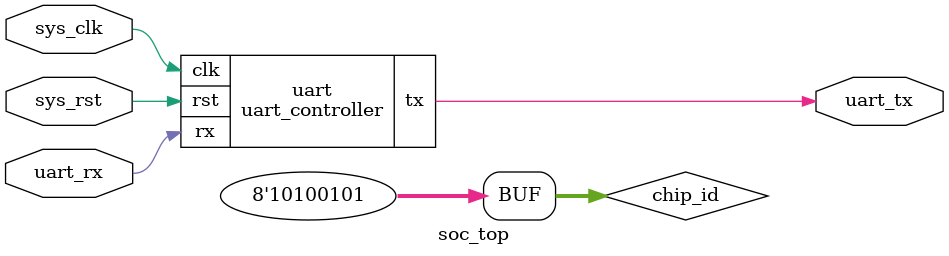
<source format=v>

module cpu_core (
    input wire clk,
    input wire rst,
    input wire [31:0] instruction,
    output reg [31:0] data_out
);
    // CPU registers
    reg [31:0] pc;  // Program counter
    reg [31:0] ir;  // Instruction register
    reg [31:0] acc; // Accumulator
    reg [31:0] mar; // Memory address register
    reg [31:0] mdr; // Memory data register
    
    // General purpose registers
    reg [31:0] gpr [0:15];  // 16 general purpose registers
    
    // Status registers
    reg zero_flag;
    reg carry_flag;
    reg overflow_flag;
    reg negative_flag;
    
    always @(posedge clk) begin
        if (rst) begin
            pc <= 32'h0;
            ir <= 32'h0;
            acc <= 32'h0;
        end else begin
            ir <= instruction;
            pc <= pc + 4;
        end
    end
endmodule

module memory_controller (
    input wire clk,
    input wire [15:0] addr,
    input wire [31:0] write_data,
    output reg [31:0] read_data
);
    // Memory registers
    reg [31:0] memory_array [0:65535];  // 64K x 32-bit memory
    reg [15:0] addr_reg;
    reg [31:0] data_buffer;
    
    always @(posedge clk) begin
        addr_reg <= addr;
        data_buffer <= memory_array[addr_reg];
        read_data <= data_buffer;
    end
endmodule

module uart_controller (
    input wire clk,
    input wire rst,
    input wire rx,
    output reg tx
);
    // UART registers
    reg [7:0] tx_buffer;
    reg [7:0] rx_buffer;
    reg [3:0] bit_counter;
    reg [15:0] baud_counter;
    
    // State machine registers
    reg [1:0] tx_state;
    reg [1:0] rx_state;
    
    // Status registers
    reg tx_busy;
    reg rx_ready;
    reg parity_error;
    reg framing_error;
    
    always @(posedge clk) begin
        if (rst) begin
            tx_state <= 2'b00;
            rx_state <= 2'b00;
            bit_counter <= 4'b0;
        end
    end
endmodule

// Top-level module instantiating others
module soc_top (
    input wire sys_clk,
    input wire sys_rst,
    input wire uart_rx,
    output wire uart_tx
);
    // Top-level registers
    reg [7:0] chip_id = 8'hA5;
    reg [15:0] config_reg;
    
    wire [31:0] cpu_data;
    wire [31:0] mem_data;
    
    // Module instantiations
    cpu_core cpu (
        .clk(sys_clk),
        .rst(sys_rst),
        .instruction(mem_data),
        .data_out(cpu_data)
    );
    
    memory_controller mem_ctrl (
        .clk(sys_clk),
        .addr(cpu_data[15:0]),
        .write_data(cpu_data),
        .read_data(mem_data)
    );
    
    uart_controller uart (
        .clk(sys_clk),
        .rst(sys_rst),
        .rx(uart_rx),
        .tx(uart_tx)
    );
    
endmodule
</source>
